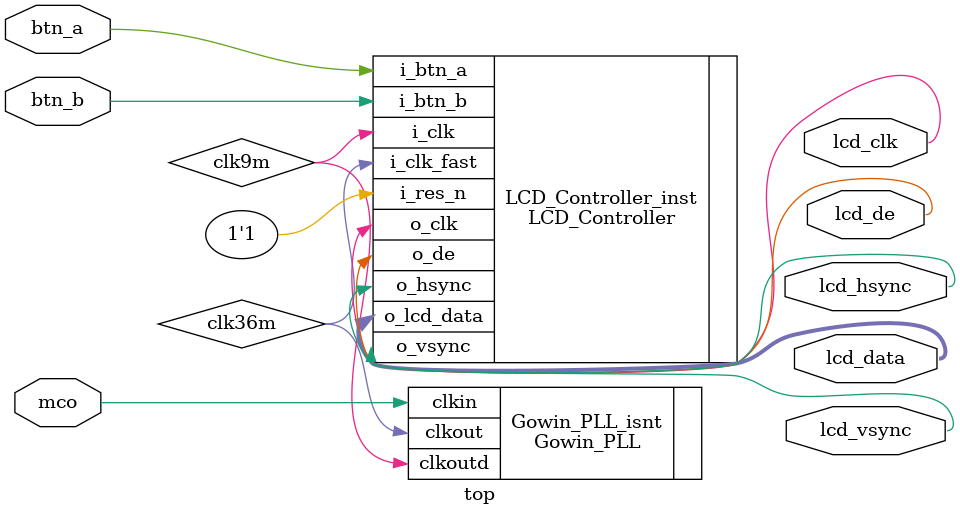
<source format=v>
module top (
    // CLK
    input   wire            mco,    // 24MHz

    // Button
    input   wire            btn_a,
    input   wire            btn_b,
    
    // LCD
    output  wire            lcd_clk,
    output  wire            lcd_hsync,
    output  wire            lcd_vsync,
    output  wire            lcd_de,
    output  wire    [15:0]  lcd_data
    );

    /**************************************************************
     *  Wires
     *************************************************************/
    wire            clk9m;
    wire            clk36m;

    /**************************************************************
     *  PLL
     *************************************************************/
    Gowin_PLL Gowin_PLL_isnt (
        .clkin ( mco ),         // input clkin
        .clkout ( clk36m ),     // output clkout
        .clkoutd ( clk9m )      // output clkoutd
    );

    /**************************************************************
     *  LCD Controller
     *************************************************************/
    LCD_Controller LCD_Controller_inst (
        .i_clk ( clk9m ),
        .i_clk_fast ( clk36m ),
        .i_res_n ( 1'b1 ),
        .i_btn_a ( btn_a ),
        .i_btn_b ( btn_b ),
        .o_clk ( lcd_clk ),
        .o_hsync ( lcd_hsync ),
        .o_vsync ( lcd_vsync ),
        .o_de ( lcd_de ),
        .o_lcd_data ( lcd_data[15:0] )
    );
    
endmodule

</source>
